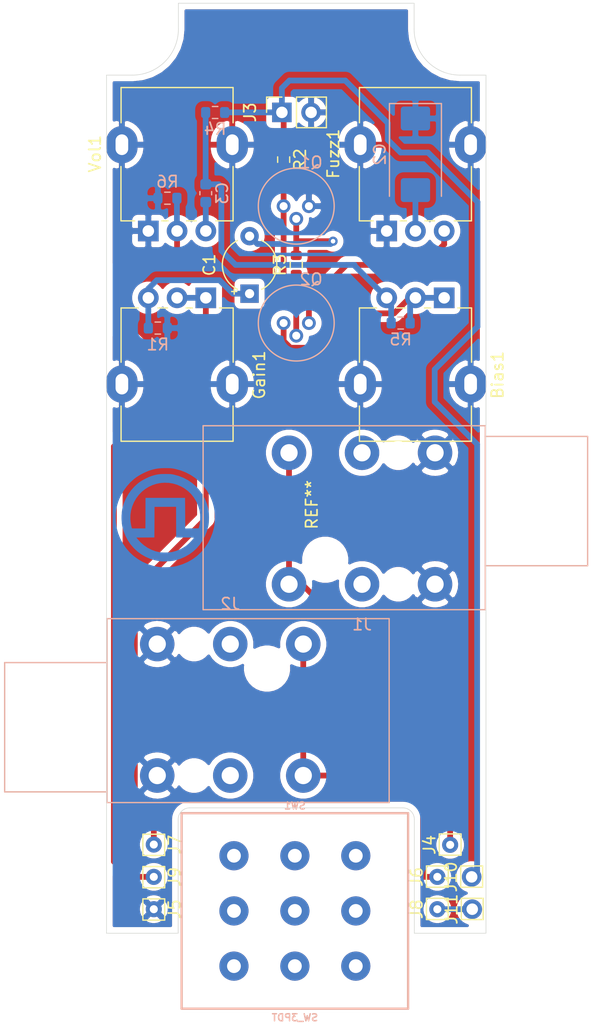
<source format=kicad_pcb>
(kicad_pcb (version 20171130) (host pcbnew "(5.1.10)-1")
  (layers (0 F.Cu signal) (31 B.Cu signal) (34 B.Paste user) (35 F.Paste user) (36 B.SilkS user) (37 F.SilkS user) (38 B.Mask user) (39 F.Mask user) (44 Edge.Cuts user))
  (net 0 "")
  (net 1 "Net-(Bias1-Pad1)")
  (net 2 GND)
  (net 3 "Net-(C2-Pad2)")
  (net 4 "Net-(C3-Pad1)")
  (net 5 "Net-(C1-Pad1)")
  (net 6 "Net-(C1-Pad2)")
  (net 7 "Net-(J1-PadRN)")
  (net 8 "Net-(J1-PadR)")
  (net 9 "Net-(J2-PadRN)")
  (net 10 "Net-(J2-PadR)")
  (net 11 EFX_IN)
  (net 12 IN)
  (net 13 OUT)
  (net 14 EFX_OUT)
  (net 15 "Net-(Bias1-Pad3)")
  (net 16 LED+)
  (net 17 "Net-(D1-Pad1)")
  (net 18 "Net-(Fuzz1-Pad3)")
  (net 19 "Net-(Q1-Pad3)")
  (net 20 "Net-(SW1-Pad3)")
  (net 21 "Net-(SW1-Pad6)")
  (module nowa:tulaud_logo (layer F.Cu) (at 59.73 101.501752)
    (fp_text reference G*** hide)
    (fp_text value LOGO hide)
    (fp_poly (pts (xy 0.185401 -3.79317) (xy 0.332388 -3.789321) (xy 0.453313 -3.781737) (xy 0.560529 -3.769461) (xy 0.666388 -3.751538) (xy 0.7366 -3.737203) (xy 1.170622 -3.619846) (xy 1.580875 -3.459395) (xy 1.96488 -3.257717) (xy 2.320159 -3.016676) (xy 2.644233 -2.738139) (xy 2.934624 -2.423971) (xy 3.188852 -2.076038) (xy 3.37778 -1.749087) (xy 3.517638 -1.450864) (xy 3.627028 -1.155249) (xy 3.713955 -0.839682) (xy 3.737096 -0.7366) (xy 3.770389 -0.529617) (xy 3.790968 -0.289277) (xy 3.798835 -0.03133) (xy 3.79399 0.228476) (xy 3.776435 0.474391) (xy 3.746171 0.690665) (xy 3.736976 0.7366) (xy 3.618686 1.173068) (xy 3.457825 1.584154) (xy 3.256549 1.967694) (xy 3.017013 2.321527) (xy 2.741376 2.643488) (xy 2.431792 2.931416) (xy 2.090418 3.183147) (xy 1.719411 3.396518) (xy 1.320926 3.569367) (xy 0.89712 3.699531) (xy 0.7493 3.733332) (xy 0.599141 3.758039) (xy 0.416087 3.777745) (xy 0.214594 3.791838) (xy 0.009119 3.799706) (xy -0.185882 3.800737) (xy -0.35595 3.794318) (xy -0.4572 3.784419) (xy -0.9 3.698997) (xy -1.320808 3.568894) (xy -1.717306 3.396263) (xy -2.087175 3.183261) (xy -2.428096 2.932041) (xy -2.737751 2.644757) (xy -3.01382 2.323566) (xy -3.253985 1.97062) (xy -3.382093 1.727942) (xy -2.520112 1.727942) (xy -2.424401 1.848221) (xy -2.15864 2.143997) (xy -1.86318 2.402602) (xy -1.542387 2.621417) (xy -1.200626 2.797821) (xy -0.842263 2.929194) (xy -0.488051 3.01029) (xy -0.326468 3.028335) (xy -0.133352 3.036905) (xy 0.074647 3.036365) (xy 0.280882 3.027077) (xy 0.468703 3.009404) (xy 0.6096 2.986339) (xy 0.928072 2.899203) (xy 1.242359 2.778031) (xy 1.537365 2.629461) (xy 1.785691 2.469221) (xy 1.886861 2.389759) (xy 1.995629 2.295486) (xy 2.106163 2.192529) (xy 2.212634 2.087015) (xy 2.309212 1.985072) (xy 2.390066 1.892825) (xy 2.449366 1.816404) (xy 2.481281 1.761933) (xy 2.482259 1.737193) (xy 2.454245 1.733502) (xy 2.381813 1.729886) (xy 2.271343 1.726496) (xy 2.129216 1.723486) (xy 1.961815 1.721006) (xy 1.775519 1.719209) (xy 1.710322 1.718789) (xy 0.9525 1.7145) (xy 0.945928 0.381) (xy 0.939357 -0.9525) (xy -0.000885 -0.946779) (xy -0.941128 -0.941058) (xy -0.9525 1.7145) (xy -2.520112 1.727942) (xy -3.382093 1.727942) (xy -3.455928 1.588075) (xy -3.617329 1.178085) (xy -3.735871 0.742805) (xy -3.737203 0.7366) (xy -3.77043 0.529663) (xy -3.790969 0.289414) (xy -3.795808 0.130511) (xy -3.04171 0.130511) (xy -3.04073 0.149795) (xy -3.027566 0.312907) (xy -3.006363 0.482232) (xy -2.979511 0.643322) (xy -2.949402 0.781727) (xy -2.920127 0.878597) (xy -2.896858 0.9398) (xy -1.727654 0.9398) (xy -1.7145 -1.7145) (xy 1.7145 -1.7145) (xy 1.721042 -0.381) (xy 1.727585 0.9525) (xy 2.906135 0.9271) (xy 2.939579 0.8128) (xy 2.996422 0.560239) (xy 3.030678 0.278444) (xy 3.041996 -0.016143) (xy 3.030025 -0.307084) (xy 2.994415 -0.577936) (xy 2.971533 -0.685009) (xy 2.854203 -1.063371) (xy 2.69336 -1.418941) (xy 2.491595 -1.748397) (xy 2.251495 -2.048414) (xy 1.975652 -2.315669) (xy 1.666653 -2.546837) (xy 1.40029 -2.702025) (xy 1.044877 -2.858454) (xy 0.681616 -2.96686) (xy 0.314394 -3.028528) (xy -0.052902 -3.044741) (xy -0.416387 -3.016786) (xy -0.772174 -2.945945) (xy -1.116376 -2.833503) (xy -1.445107 -2.680746) (xy -1.754482 -2.488956) (xy -2.040612 -2.259419) (xy -2.299613 -1.993419) (xy -2.527598 -1.692241) (xy -2.72068 -1.357168) (xy -2.730705 -1.336765) (xy -2.88198 -0.975588) (xy -2.98359 -0.613765) (xy -3.036508 -0.246623) (xy -3.04171 0.130511) (xy -3.795808 0.130511) (xy -3.798822 0.031586) (xy -3.79399 -0.228091) (xy -3.776477 -0.473883) (xy -3.746284 -0.69006) (xy -3.736977 -0.7366) (xy -3.680279 -0.975597) (xy -3.616656 -1.188265) (xy -3.539032 -1.394906) (xy -3.440331 -1.615824) (xy -3.404974 -1.6891) (xy -3.203492 -2.047831) (xy -2.9619 -2.386154) (xy -2.686781 -2.696255) (xy -2.384721 -2.970317) (xy -2.220594 -3.094993) (xy -2.056103 -3.202159) (xy -1.859981 -3.314347) (xy -1.648759 -3.423186) (xy -1.438966 -3.520302) (xy -1.247133 -3.59732) (xy -1.189736 -3.617179) (xy -0.969824 -3.684083) (xy -0.766796 -3.732905) (xy -0.565381 -3.765917) (xy -0.350312 -3.785392) (xy -0.106318 -3.793602) (xy 0 -3.794241) (xy 0.185401 -3.79317)) (layer B.Cu) (width 0.01))
  )
  (module Capacitor_THT:CP_Radial_Tantal_D4.5mm_P5.00mm (layer F.Cu) (at 67.06 82.029999 90)
    (fp_text reference C1 (at 2.5 -3.5 90) (layer F.SilkS))
    (fp_text value 2,2uF)
    (fp_line (start 0.187712 -1.56) (end 0.187712 -1.11) (layer F.SilkS) (width 0.12))
    (fp_line (start -0.037288 -1.335) (end 0.412712 -1.335) (layer F.SilkS) (width 0.12))
    (fp_arc (start 2.5 0) (end 0.380259 1.06) (angle -126.864288) (layer F.SilkS) (width 0.12))
    (fp_arc (start 2.5 0) (end 0.380259 -1.06) (angle 126.864288) (layer F.SilkS) (width 0.12))
    (pad 2 thru_hole circle (at 5 0 90) (size 1.6 1.6) (drill 0.8) (layers *.Cu *.Mask) (net 6 "Net-(C1-Pad2)"))
    (pad 1 thru_hole rect (at 0 0 90) (size 1.6 1.6) (drill 0.8) (layers *.Cu *.Mask) (net 5 "Net-(C1-Pad1)"))
  )
  (module nowa:Potentiometer_Alpha_RD901F-40-00D_Single_Vertical (layer F.Cu) (at 78.985001 76.58 90)
    (fp_text reference Fuzz1 (at 6.71 -4.64 270) (layer F.SilkS))
    (fp_text value B1k)
    (fp_line (start 12.47 7.37) (end 12.47 -2.37) (layer F.SilkS) (width 0.12))
    (fp_line (start 0.88 7.37) (end 0.88 5.88) (layer F.SilkS) (width 0.12))
    (fp_line (start 9.41 7.37) (end 12.47 7.37) (layer F.SilkS) (width 0.12))
    (fp_line (start 0.88 -2.38) (end 5.6 -2.38) (layer F.SilkS) (width 0.12))
    (fp_line (start 9.41 -2.37) (end 12.47 -2.37) (layer F.SilkS) (width 0.12))
    (fp_line (start 0.88 7.37) (end 5.6 7.37) (layer F.SilkS) (width 0.12))
    (fp_line (start 0.88 -1.19) (end 0.88 -2.37) (layer F.SilkS) (width 0.12))
    (fp_line (start 0.88 1.71) (end 0.88 1.18) (layer F.SilkS) (width 0.12))
    (fp_line (start 0.88 4.16) (end 0.88 3.33) (layer F.SilkS) (width 0.12))
    (pad MP thru_hole oval (at 7.5 -2.3 180) (size 2.72 3.24) (drill oval 1.1 1.8) (layers *.Cu *.Mask) (net 2 GND))
    (pad MP thru_hole oval (at 7.5 7.3 180) (size 2.72 3.24) (drill oval 1.1 1.8) (layers *.Cu *.Mask) (net 2 GND))
    (pad 3 thru_hole circle (at 0 5 180) (size 1.8 1.8) (drill 1) (layers *.Cu *.Mask) (net 18 "Net-(Fuzz1-Pad3)"))
    (pad 2 thru_hole circle (at 0 2.5 180) (size 1.8 1.8) (drill 1) (layers *.Cu *.Mask) (net 3 "Net-(C2-Pad2)"))
    (pad 1 thru_hole rect (at 0 0 180) (size 1.8 1.8) (drill 1) (layers *.Cu *.Mask) (net 2 GND))
  )
  (module nowa:Potentiometer_Alpha_RD901F-40-00D_Single_Vertical (layer F.Cu) (at 63.254999 82.39 270)
    (fp_text reference Gain1 (at 6.71 -4.64 270) (layer F.SilkS))
    (fp_text value B100k)
    (fp_line (start 12.47 7.37) (end 12.47 -2.37) (layer F.SilkS) (width 0.12))
    (fp_line (start 0.88 7.37) (end 0.88 5.88) (layer F.SilkS) (width 0.12))
    (fp_line (start 9.41 7.37) (end 12.47 7.37) (layer F.SilkS) (width 0.12))
    (fp_line (start 0.88 -2.38) (end 5.6 -2.38) (layer F.SilkS) (width 0.12))
    (fp_line (start 9.41 -2.37) (end 12.47 -2.37) (layer F.SilkS) (width 0.12))
    (fp_line (start 0.88 7.37) (end 5.6 7.37) (layer F.SilkS) (width 0.12))
    (fp_line (start 0.88 -1.19) (end 0.88 -2.37) (layer F.SilkS) (width 0.12))
    (fp_line (start 0.88 1.71) (end 0.88 1.18) (layer F.SilkS) (width 0.12))
    (fp_line (start 0.88 4.16) (end 0.88 3.33) (layer F.SilkS) (width 0.12))
    (pad MP thru_hole oval (at 7.5 -2.3) (size 2.72 3.24) (drill oval 1.1 1.8) (layers *.Cu *.Mask) (net 2 GND))
    (pad MP thru_hole oval (at 7.5 7.3) (size 2.72 3.24) (drill oval 1.1 1.8) (layers *.Cu *.Mask) (net 2 GND))
    (pad 3 thru_hole circle (at 0 5) (size 1.8 1.8) (drill 1) (layers *.Cu *.Mask) (net 5 "Net-(C1-Pad1)"))
    (pad 2 thru_hole circle (at 0 2.5) (size 1.8 1.8) (drill 1) (layers *.Cu *.Mask) (net 11 EFX_IN))
    (pad 1 thru_hole rect (at 0 0) (size 1.8 1.8) (drill 1) (layers *.Cu *.Mask) (net 11 EFX_IN))
  )
  (module nowa:Hammond_1590A_2mm_python_openside (layer F.Cu) (at 71.12 100.33)
    (fp_text reference REF** (at 1.35 0.05 90) (layer F.SilkS))
    (fp_text value Hammond_1590A_2mm_python_openside)
    (fp_line (start 10.25 -41.3) (end 10.25 -43.55) (layer Edge.Cuts) (width 0.05))
    (fp_line (start 14.25 -37.3) (end 16.5 -37.3) (layer Edge.Cuts) (width 0.05))
    (fp_line (start -10.25 -41.3) (end -10.25 -43.55) (layer Edge.Cuts) (width 0.05))
    (fp_line (start -14.25 -37.3) (end -16.5 -37.3) (layer Edge.Cuts) (width 0.05))
    (fp_line (start 16.5 37.3) (end 16.5 -37.3) (layer Edge.Cuts) (width 0.05))
    (fp_line (start -10.25 -43.55) (end 10.25 -43.55) (layer Edge.Cuts) (width 0.05))
    (fp_line (start -16.5 37.3) (end -16.5 -37.3) (layer Edge.Cuts) (width 0.05))
    (fp_arc (start -14.25 -41.3) (end -10.25 -41.3) (angle 90) (layer Edge.Cuts) (width 0.05))
    (fp_arc (start 14.25 -41.3) (end 14.25 -37.3) (angle 90) (layer Edge.Cuts) (width 0.05))
  )
  (module nowa:TO-1 (layer B.Cu) (at 72.22 84.582 180)
    (fp_text reference Q2 (at -0.19 3.8) (layer B.SilkS) (effects (justify mirror)))
    (fp_text value Q_PNP_BCE)
    (fp_circle (center 1.1 0) (end 4.4 0) (layer B.SilkS) (width 0.12))
    (pad 3 thru_hole oval (at 2.2 0 180) (size 1.2 1.2) (drill 0.7) (layers *.Cu *.Mask) (net 1 "Net-(Bias1-Pad1)"))
    (pad 2 thru_hole oval (at 1.1 -1.1 180) (size 1.2 1.2) (drill 0.7) (layers *.Cu *.Mask) (net 19 "Net-(Q1-Pad3)"))
    (pad 1 thru_hole oval (at 0 0 180) (size 1.2 1.2) (drill 0.7) (layers *.Cu *.Mask) (net 18 "Net-(Fuzz1-Pad3)"))
  )
  (module nowa:TO-1 (layer B.Cu) (at 72.22 74.422 180)
    (fp_text reference Q1 (at -0.19 3.8) (layer B.SilkS) (effects (justify mirror)))
    (fp_text value Q_PNP_BCE)
    (fp_circle (center 1.1 0) (end 4.4 0) (layer B.SilkS) (width 0.12))
    (pad 3 thru_hole oval (at 2.2 0 180) (size 1.2 1.2) (drill 0.7) (layers *.Cu *.Mask) (net 19 "Net-(Q1-Pad3)"))
    (pad 2 thru_hole oval (at 1.1 -1.1 180) (size 1.2 1.2) (drill 0.7) (layers *.Cu *.Mask) (net 6 "Net-(C1-Pad2)"))
    (pad 1 thru_hole oval (at 0 0 180) (size 1.2 1.2) (drill 0.7) (layers *.Cu *.Mask) (net 2 GND))
  )
  (module Connector_Pin:Pin_D0.7mm_L6.5mm_W1.8mm_FlatFork (layer F.Cu) (at 58.73 132.73 90)
    (fp_text reference J9 (at 0 1.8 90) (layer F.SilkS))
    (fp_text value EFX_OUT)
    (fp_line (start 0.9 -0.95) (end -0.95 -0.95) (layer F.SilkS) (width 0.12))
    (fp_line (start 0.9 -0.9) (end 0.9 -0.95) (layer F.SilkS) (width 0.12))
    (fp_line (start 0.9 0.95) (end 0.9 -0.9) (layer F.SilkS) (width 0.12))
    (fp_line (start -0.95 0.95) (end 0.9 0.95) (layer F.SilkS) (width 0.12))
    (fp_line (start -0.95 -0.95) (end -0.95 0.95) (layer F.SilkS) (width 0.12))
    (pad 1 thru_hole circle (at 0 0 90) (size 1.4 1.4) (drill 0.7) (layers *.Cu *.Mask) (net 14 EFX_OUT))
  )
  (module Connector_Pin:Pin_D0.7mm_L6.5mm_W1.8mm_FlatFork (layer F.Cu) (at 83.39 135.54 270)
    (fp_text reference J8 (at 0 1.8 90) (layer F.SilkS))
    (fp_text value LED+)
    (fp_line (start 0.9 -0.95) (end -0.95 -0.95) (layer F.SilkS) (width 0.12))
    (fp_line (start 0.9 -0.9) (end 0.9 -0.95) (layer F.SilkS) (width 0.12))
    (fp_line (start 0.9 0.95) (end 0.9 -0.9) (layer F.SilkS) (width 0.12))
    (fp_line (start -0.95 0.95) (end 0.9 0.95) (layer F.SilkS) (width 0.12))
    (fp_line (start -0.95 -0.95) (end -0.95 0.95) (layer F.SilkS) (width 0.12))
    (pad 1 thru_hole circle (at 0 0 270) (size 1.4 1.4) (drill 0.7) (layers *.Cu *.Mask) (net 16 LED+))
  )
  (module Connector_Pin:Pin_D0.7mm_L6.5mm_W1.8mm_FlatFork (layer F.Cu) (at 58.73 129.92 90)
    (fp_text reference J7 (at 0 1.8 90) (layer F.SilkS))
    (fp_text value EFX_IN)
    (fp_line (start 0.9 -0.95) (end -0.95 -0.95) (layer F.SilkS) (width 0.12))
    (fp_line (start 0.9 -0.9) (end 0.9 -0.95) (layer F.SilkS) (width 0.12))
    (fp_line (start 0.9 0.95) (end 0.9 -0.9) (layer F.SilkS) (width 0.12))
    (fp_line (start -0.95 0.95) (end 0.9 0.95) (layer F.SilkS) (width 0.12))
    (fp_line (start -0.95 -0.95) (end -0.95 0.95) (layer F.SilkS) (width 0.12))
    (pad 1 thru_hole circle (at 0 0 90) (size 1.4 1.4) (drill 0.7) (layers *.Cu *.Mask) (net 11 EFX_IN))
  )
  (module Connector_Pin:Pin_D0.7mm_L6.5mm_W1.8mm_FlatFork (layer F.Cu) (at 83.39 132.73 270)
    (fp_text reference J6 (at 0 1.8 90) (layer F.SilkS))
    (fp_text value OUT)
    (fp_line (start 0.9 -0.95) (end -0.95 -0.95) (layer F.SilkS) (width 0.12))
    (fp_line (start 0.9 -0.9) (end 0.9 -0.95) (layer F.SilkS) (width 0.12))
    (fp_line (start 0.9 0.95) (end 0.9 -0.9) (layer F.SilkS) (width 0.12))
    (fp_line (start -0.95 0.95) (end 0.9 0.95) (layer F.SilkS) (width 0.12))
    (fp_line (start -0.95 -0.95) (end -0.95 0.95) (layer F.SilkS) (width 0.12))
    (pad 1 thru_hole circle (at 0 0 270) (size 1.4 1.4) (drill 0.7) (layers *.Cu *.Mask) (net 13 OUT))
  )
  (module Connector_Pin:Pin_D0.7mm_L6.5mm_W1.8mm_FlatFork (layer F.Cu) (at 58.73 135.54 90)
    (fp_text reference J5 (at 0 1.8 90) (layer F.SilkS))
    (fp_text value GND)
    (fp_line (start 0.9 -0.95) (end -0.95 -0.95) (layer F.SilkS) (width 0.12))
    (fp_line (start 0.9 -0.9) (end 0.9 -0.95) (layer F.SilkS) (width 0.12))
    (fp_line (start 0.9 0.95) (end 0.9 -0.9) (layer F.SilkS) (width 0.12))
    (fp_line (start -0.95 0.95) (end 0.9 0.95) (layer F.SilkS) (width 0.12))
    (fp_line (start -0.95 -0.95) (end -0.95 0.95) (layer F.SilkS) (width 0.12))
    (pad 1 thru_hole circle (at 0 0 90) (size 1.4 1.4) (drill 0.7) (layers *.Cu *.Mask) (net 2 GND))
  )
  (module Connector_Pin:Pin_D0.7mm_L6.5mm_W1.8mm_FlatFork (layer F.Cu) (at 84.505 129.945 270)
    (fp_text reference J4 (at 0 1.8 90) (layer F.SilkS))
    (fp_text value IN)
    (fp_line (start 0.9 -0.95) (end -0.95 -0.95) (layer F.SilkS) (width 0.12))
    (fp_line (start 0.9 -0.9) (end 0.9 -0.95) (layer F.SilkS) (width 0.12))
    (fp_line (start 0.9 0.95) (end 0.9 -0.9) (layer F.SilkS) (width 0.12))
    (fp_line (start -0.95 0.95) (end 0.9 0.95) (layer F.SilkS) (width 0.12))
    (fp_line (start -0.95 -0.95) (end -0.95 0.95) (layer F.SilkS) (width 0.12))
    (pad 1 thru_hole circle (at 0 0 270) (size 1.4 1.4) (drill 0.7) (layers *.Cu *.Mask) (net 12 IN))
  )
  (module Resistor_SMD:R_0603_1608Metric (layer B.Cu) (at 80.201 84.582)
    (fp_text reference R5 (at 0 1.43) (layer B.SilkS) (effects (justify mirror)))
    (fp_text value 8,2k)
    (fp_line (start -0.237258 -0.5225) (end 0.237258 -0.5225) (layer B.SilkS) (width 0.12))
    (fp_line (start -0.237258 0.5225) (end 0.237258 0.5225) (layer B.SilkS) (width 0.12))
    (pad 1 smd roundrect (at -0.825 0) (size 0.8 0.95) (layers B.Cu B.Paste B.Mask) (net 15 "Net-(Bias1-Pad3)"))
    (pad 2 smd roundrect (at 0.825 0) (size 0.8 0.95) (layers B.Cu B.Paste B.Mask) (net 1 "Net-(Bias1-Pad1)"))
  )
  (module Connector_PinSocket_2.54mm:PinSocket_1x02_P2.54mm_Vertical (layer F.Cu) (at 69.87 66.27 90)
    (fp_text reference J3 (at 0 -2.77 90) (layer F.SilkS))
    (fp_text value "DC IN")
    (fp_line (start -1.33 1.27) (end 1.33 1.27) (layer F.SilkS) (width 0.12))
    (fp_line (start -1.33 1.27) (end -1.33 3.87) (layer F.SilkS) (width 0.12))
    (fp_line (start -1.33 3.87) (end 1.33 3.87) (layer F.SilkS) (width 0.12))
    (fp_line (start 1.33 1.27) (end 1.33 3.87) (layer F.SilkS) (width 0.12))
    (fp_line (start 1.33 -1.33) (end 1.33 0) (layer F.SilkS) (width 0.12))
    (fp_line (start 0 -1.33) (end 1.33 -1.33) (layer F.SilkS) (width 0.12))
    (pad 2 thru_hole oval (at 0 2.54 90) (size 1.7 1.7) (drill 1) (layers *.Cu *.Mask) (net 2 GND))
    (pad 1 thru_hole rect (at 0 0 90) (size 1.7 1.7) (drill 1) (layers *.Cu *.Mask) (net 17 "Net-(D1-Pad1)"))
  )
  (module Connector_Audio:Jack_6.35mm_Neutrik_NRJ6HF-1_Horizontal (layer B.Cu) (at 71.73 112.49 180)
    (fp_text reference J2 (at 6.35 3.5) (layer B.SilkS) (effects (justify mirror)))
    (fp_text value OUT)
    (fp_line (start -7.47 2.21) (end 17.07 2.21) (layer B.SilkS) (width 0.12))
    (fp_line (start 17.07 2.21) (end 17.07 -13.78) (layer B.SilkS) (width 0.12))
    (fp_line (start 25.97 -1.61) (end 17.07 -1.61) (layer B.SilkS) (width 0.12))
    (fp_line (start 25.97 -12.85) (end 25.97 -1.61) (layer B.SilkS) (width 0.12))
    (fp_line (start 25.97 -12.85) (end 17.07 -12.85) (layer B.SilkS) (width 0.12))
    (fp_line (start -7.47 -13.78) (end -7.47 2.21) (layer B.SilkS) (width 0.12))
    (fp_line (start -7.47 -13.78) (end 17.07 -13.78) (layer B.SilkS) (width 0.12))
    (pad RN thru_hole circle (at 6.35 -11.43 180) (size 3 3) (drill 1.5) (layers *.Cu *.Mask) (net 9 "Net-(J2-PadRN)"))
    (pad R thru_hole circle (at 6.35 0 180) (size 3 3) (drill 1.5) (layers *.Cu *.Mask) (net 10 "Net-(J2-PadR)"))
    (pad TN thru_hole circle (at 0 -11.43 180) (size 3 3) (drill 1.5) (layers *.Cu *.Mask) (net 13 OUT))
    (pad "" np_thru_hole circle (at 9.5 0 180) (size 2 2) (drill 2) (layers *.Cu *.Mask))
    (pad "" np_thru_hole circle (at 9.5 -11.43 180) (size 2 2) (drill 2) (layers *.Cu *.Mask))
    (pad "" np_thru_hole circle (at 3.15 -2.13 180) (size 3 3) (drill 3) (layers *.Cu *.Mask))
    (pad G thru_hole circle (at 12.7 -11.43 180) (size 3 3) (drill 1.5) (layers *.Cu *.Mask))
    (pad S thru_hole circle (at 12.7 0 180) (size 3 3) (drill 1.5) (layers *.Cu *.Mask) (net 2 GND))
    (pad T thru_hole circle (at 0 0 180) (size 3 3) (drill 1.5) (layers *.Cu *.Mask) (net 13 OUT))
  )
  (module Connector_Audio:Jack_6.35mm_Neutrik_NRJ6HF-1_Horizontal (layer B.Cu) (at 70.49 107.29)
    (fp_text reference J1 (at 6.35 3.5) (layer B.SilkS) (effects (justify mirror)))
    (fp_text value IN)
    (fp_line (start -7.47 2.21) (end 17.07 2.21) (layer B.SilkS) (width 0.12))
    (fp_line (start 17.07 2.21) (end 17.07 -13.78) (layer B.SilkS) (width 0.12))
    (fp_line (start 25.97 -1.61) (end 17.07 -1.61) (layer B.SilkS) (width 0.12))
    (fp_line (start 25.97 -12.85) (end 25.97 -1.61) (layer B.SilkS) (width 0.12))
    (fp_line (start 25.97 -12.85) (end 17.07 -12.85) (layer B.SilkS) (width 0.12))
    (fp_line (start -7.47 -13.78) (end -7.47 2.21) (layer B.SilkS) (width 0.12))
    (fp_line (start -7.47 -13.78) (end 17.07 -13.78) (layer B.SilkS) (width 0.12))
    (pad RN thru_hole circle (at 6.35 -11.43) (size 3 3) (drill 1.5) (layers *.Cu *.Mask) (net 7 "Net-(J1-PadRN)"))
    (pad R thru_hole circle (at 6.35 0) (size 3 3) (drill 1.5) (layers *.Cu *.Mask) (net 8 "Net-(J1-PadR)"))
    (pad TN thru_hole circle (at 0 -11.43) (size 3 3) (drill 1.5) (layers *.Cu *.Mask) (net 12 IN))
    (pad "" np_thru_hole circle (at 9.5 0) (size 2 2) (drill 2) (layers *.Cu *.Mask))
    (pad "" np_thru_hole circle (at 9.5 -11.43) (size 2 2) (drill 2) (layers *.Cu *.Mask))
    (pad "" np_thru_hole circle (at 3.15 -2.13) (size 3 3) (drill 3) (layers *.Cu *.Mask))
    (pad G thru_hole circle (at 12.7 -11.43) (size 3 3) (drill 1.5) (layers *.Cu *.Mask))
    (pad S thru_hole circle (at 12.7 0) (size 3 3) (drill 1.5) (layers *.Cu *.Mask) (net 2 GND))
    (pad T thru_hole circle (at 0 0) (size 3 3) (drill 1.5) (layers *.Cu *.Mask) (net 12 IN))
  )
  (module Capacitor_Tantalum_SMD:CP_EIA-7343-20_Kemet-V (layer B.Cu) (at 81.485001 69.9125 270)
    (fp_text reference C2 (at 0 3.1 270) (layer B.SilkS) (effects (justify mirror)))
    (fp_text value 22uF)
    (fp_line (start -4.41 -2.26) (end 3.65 -2.26) (layer B.SilkS) (width 0.12))
    (fp_line (start -4.41 2.26) (end -4.41 -2.26) (layer B.SilkS) (width 0.12))
    (fp_line (start 3.65 2.26) (end -4.41 2.26) (layer B.SilkS) (width 0.12))
    (pad 1 smd roundrect (at -3.1125 0 270) (size 2.075 2.55) (layers B.Cu B.Paste B.Mask) (roundrect_rratio 0.1204819277108434) (net 2 GND))
    (pad 2 smd roundrect (at 3.1125 0 270) (size 2.075 2.55) (layers B.Cu B.Paste B.Mask) (roundrect_rratio 0.1204819277108434) (net 3 "Net-(C2-Pad2)"))
  )
  (module Capacitor_SMD:C_0603_1608Metric (layer B.Cu) (at 63.25 73.295 90)
    (fp_text reference C3 (at 0 1.43 90) (layer B.SilkS) (effects (justify mirror)))
    (fp_text value 10nF)
    (fp_line (start -0.14058 -0.51) (end 0.14058 -0.51) (layer B.SilkS) (width 0.12))
    (fp_line (start -0.14058 0.51) (end 0.14058 0.51) (layer B.SilkS) (width 0.12))
    (pad 1 smd roundrect (at -0.775 0 90) (size 0.9 0.95) (layers B.Cu B.Paste B.Mask) (net 4 "Net-(C3-Pad1)"))
    (pad 2 smd roundrect (at 0.775 0 90) (size 0.9 0.95) (layers B.Cu B.Paste B.Mask) (net 15 "Net-(Bias1-Pad3)"))
  )
  (module Resistor_SMD:R_0603_1608Metric (layer B.Cu) (at 59.079999 85.02)
    (fp_text reference R1 (at 0 1.43 180) (layer B.SilkS) (effects (justify mirror)))
    (fp_text value 1M)
    (fp_line (start -0.237258 -0.5225) (end 0.237258 -0.5225) (layer B.SilkS) (width 0.12))
    (fp_line (start -0.237258 0.5225) (end 0.237258 0.5225) (layer B.SilkS) (width 0.12))
    (pad 1 smd roundrect (at -0.825 0) (size 0.8 0.95) (layers B.Cu B.Paste B.Mask) (net 5 "Net-(C1-Pad1)"))
    (pad 2 smd roundrect (at 0.825 0) (size 0.8 0.95) (layers B.Cu B.Paste B.Mask) (net 2 GND))
  )
  (module Resistor_SMD:R_0603_1608Metric (layer F.Cu) (at 70.025 70.375 270)
    (fp_text reference R2 (at 0 -1.43 90) (layer F.SilkS))
    (fp_text value 33k)
    (fp_line (start -0.237258 0.5225) (end 0.237258 0.5225) (layer F.SilkS) (width 0.12))
    (fp_line (start -0.237258 -0.5225) (end 0.237258 -0.5225) (layer F.SilkS) (width 0.12))
    (pad 1 smd roundrect (at -0.825 0 270) (size 0.8 0.95) (layers F.Cu F.Paste F.Mask) (net 17 "Net-(D1-Pad1)"))
    (pad 2 smd roundrect (at 0.825 0 270) (size 0.8 0.95) (layers F.Cu F.Paste F.Mask) (net 19 "Net-(Q1-Pad3)"))
  )
  (module Resistor_SMD:R_0603_1608Metric (layer F.Cu) (at 71.12 79.53 90)
    (fp_text reference R3 (at 0 -1.43 90) (layer F.SilkS))
    (fp_text value 100k)
    (fp_line (start -0.237258 -0.5225) (end 0.237258 -0.5225) (layer F.SilkS) (width 0.12))
    (fp_line (start -0.237258 0.5225) (end 0.237258 0.5225) (layer F.SilkS) (width 0.12))
    (pad 2 smd roundrect (at 0.825 0 90) (size 0.8 0.95) (layers F.Cu F.Paste F.Mask) (net 6 "Net-(C1-Pad2)"))
    (pad 1 smd roundrect (at -0.825 0 90) (size 0.8 0.95) (layers F.Cu F.Paste F.Mask) (net 18 "Net-(Fuzz1-Pad3)"))
  )
  (module Resistor_SMD:R_0603_1608Metric (layer B.Cu) (at 64.065 66.28)
    (fp_text reference R4 (at 0 1.43) (layer B.SilkS) (effects (justify mirror)))
    (fp_text value 330)
    (fp_line (start -0.237258 0.5225) (end 0.237258 0.5225) (layer B.SilkS) (width 0.12))
    (fp_line (start -0.237258 -0.5225) (end 0.237258 -0.5225) (layer B.SilkS) (width 0.12))
    (pad 2 smd roundrect (at 0.825 0) (size 0.8 0.95) (layers B.Cu B.Paste B.Mask) (net 17 "Net-(D1-Pad1)"))
    (pad 1 smd roundrect (at -0.825 0) (size 0.8 0.95) (layers B.Cu B.Paste B.Mask) (net 15 "Net-(Bias1-Pad3)"))
  )
  (module Resistor_SMD:R_0603_1608Metric (layer B.Cu) (at 59.915 73.73 180)
    (fp_text reference R6 (at 0 1.43 180) (layer B.SilkS) (effects (justify mirror)))
    (fp_text value 100k)
    (fp_line (start -0.237258 0.5225) (end 0.237258 0.5225) (layer B.SilkS) (width 0.12))
    (fp_line (start -0.237258 -0.5225) (end 0.237258 -0.5225) (layer B.SilkS) (width 0.12))
    (pad 2 smd roundrect (at 0.825 0 180) (size 0.8 0.95) (layers B.Cu B.Paste B.Mask) (net 2 GND))
    (pad 1 smd roundrect (at -0.825 0 180) (size 0.8 0.95) (layers B.Cu B.Paste B.Mask) (net 14 EFX_OUT))
  )
  (module Connector_Pin:Pin_D0.7mm_L6.5mm_W1.8mm_FlatFork (layer F.Cu) (at 86.375 132.73 270)
    (fp_text reference J10 (at 0 1.8 90) (layer F.SilkS))
    (fp_text value LED-)
    (fp_line (start -0.95 -0.95) (end -0.95 0.95) (layer F.SilkS) (width 0.12))
    (fp_line (start -0.95 0.95) (end 0.9 0.95) (layer F.SilkS) (width 0.12))
    (fp_line (start 0.9 0.95) (end 0.9 -0.9) (layer F.SilkS) (width 0.12))
    (fp_line (start 0.9 -0.9) (end 0.9 -0.95) (layer F.SilkS) (width 0.12))
    (fp_line (start 0.9 -0.95) (end -0.95 -0.95) (layer F.SilkS) (width 0.12))
    (pad 1 thru_hole circle (at 0 0 270) (size 1.7 1.7) (drill 1) (layers *.Cu *.Mask) (net 17 "Net-(D1-Pad1)"))
  )
  (module Connector_Pin:Pin_D0.7mm_L6.5mm_W1.8mm_FlatFork (layer F.Cu) (at 86.425 135.54 270)
    (fp_text reference J11 (at 0 1.8 90) (layer F.SilkS))
    (fp_text value LED+)
    (fp_line (start 0.9 -0.95) (end -0.95 -0.95) (layer F.SilkS) (width 0.12))
    (fp_line (start 0.9 -0.9) (end 0.9 -0.95) (layer F.SilkS) (width 0.12))
    (fp_line (start 0.9 0.95) (end 0.9 -0.9) (layer F.SilkS) (width 0.12))
    (fp_line (start -0.95 0.95) (end 0.9 0.95) (layer F.SilkS) (width 0.12))
    (fp_line (start -0.95 -0.95) (end -0.95 0.95) (layer F.SilkS) (width 0.12))
    (pad 1 thru_hole circle (at 0 0 270) (size 1.7 1.7) (drill 1) (layers *.Cu *.Mask) (net 16 LED+))
  )
  (module nowa:Potentiometer_Alpha_RD901F-40-00D_Single_Vertical (layer F.Cu) (at 83.985001 82.39 270)
    (fp_text reference Bias1 (at 6.71 -4.64 270) (layer F.SilkS))
    (fp_text value 10k)
    (fp_line (start 12.47 7.37) (end 12.47 -2.37) (layer F.SilkS) (width 0.12))
    (fp_line (start 0.88 7.37) (end 0.88 5.88) (layer F.SilkS) (width 0.12))
    (fp_line (start 9.41 7.37) (end 12.47 7.37) (layer F.SilkS) (width 0.12))
    (fp_line (start 0.88 -2.38) (end 5.6 -2.38) (layer F.SilkS) (width 0.12))
    (fp_line (start 9.41 -2.37) (end 12.47 -2.37) (layer F.SilkS) (width 0.12))
    (fp_line (start 0.88 7.37) (end 5.6 7.37) (layer F.SilkS) (width 0.12))
    (fp_line (start 0.88 -1.19) (end 0.88 -2.37) (layer F.SilkS) (width 0.12))
    (fp_line (start 0.88 1.71) (end 0.88 1.18) (layer F.SilkS) (width 0.12))
    (fp_line (start 0.88 4.16) (end 0.88 3.33) (layer F.SilkS) (width 0.12))
    (pad MP thru_hole oval (at 7.5 -2.3) (size 2.72 3.24) (drill oval 1.1 1.8) (layers *.Cu *.Mask) (net 2 GND))
    (pad MP thru_hole oval (at 7.5 7.3) (size 2.72 3.24) (drill oval 1.1 1.8) (layers *.Cu *.Mask) (net 2 GND))
    (pad 3 thru_hole circle (at 0 5) (size 1.8 1.8) (drill 1) (layers *.Cu *.Mask) (net 15 "Net-(Bias1-Pad3)"))
    (pad 2 thru_hole circle (at 0 2.5) (size 1.8 1.8) (drill 1) (layers *.Cu *.Mask) (net 1 "Net-(Bias1-Pad1)"))
    (pad 1 thru_hole rect (at 0 0) (size 1.8 1.8) (drill 1) (layers *.Cu *.Mask) (net 1 "Net-(Bias1-Pad1)"))
  )
  (module nowa:Potentiometer_Alpha_RD901F-40-00D_Single_Vertical (layer F.Cu) (at 58.254999 76.58 90)
    (fp_text reference Vol1 (at 6.71 -4.64 270) (layer F.SilkS))
    (fp_text value A500k)
    (fp_line (start 0.88 4.16) (end 0.88 3.33) (layer F.SilkS) (width 0.12))
    (fp_line (start 0.88 1.71) (end 0.88 1.18) (layer F.SilkS) (width 0.12))
    (fp_line (start 0.88 -1.19) (end 0.88 -2.37) (layer F.SilkS) (width 0.12))
    (fp_line (start 0.88 7.37) (end 5.6 7.37) (layer F.SilkS) (width 0.12))
    (fp_line (start 9.41 -2.37) (end 12.47 -2.37) (layer F.SilkS) (width 0.12))
    (fp_line (start 0.88 -2.38) (end 5.6 -2.38) (layer F.SilkS) (width 0.12))
    (fp_line (start 9.41 7.37) (end 12.47 7.37) (layer F.SilkS) (width 0.12))
    (fp_line (start 0.88 7.37) (end 0.88 5.88) (layer F.SilkS) (width 0.12))
    (fp_line (start 12.47 7.37) (end 12.47 -2.37) (layer F.SilkS) (width 0.12))
    (pad 1 thru_hole rect (at 0 0 180) (size 1.8 1.8) (drill 1) (layers *.Cu *.Mask) (net 2 GND))
    (pad 2 thru_hole circle (at 0 2.5 180) (size 1.8 1.8) (drill 1) (layers *.Cu *.Mask) (net 14 EFX_OUT))
    (pad 3 thru_hole circle (at 0 5 180) (size 1.8 1.8) (drill 1) (layers *.Cu *.Mask) (net 4 "Net-(C3-Pad1)"))
    (pad MP thru_hole oval (at 7.5 7.3 180) (size 2.72 3.24) (drill oval 1.1 1.8) (layers *.Cu *.Mask) (net 2 GND))
    (pad MP thru_hole oval (at 7.5 -2.3 180) (size 2.72 3.24) (drill oval 1.1 1.8) (layers *.Cu *.Mask) (net 2 GND))
  )
  (module Switches:STOMP_SWITCH_3PDT (layer B.Cu) (at 71 135.69 180)
    (fp_text reference SW1 (at 0 9.144) (layer B.SilkS) (effects (font (size 0.6096 0.6096) (thickness 0.127)) (justify mirror)))
    (fp_text value SW_3PDT (at 0 -9.271) (layer B.SilkS) (effects (font (size 0.6096 0.6096) (thickness 0.127)) (justify mirror)))
    (fp_line (start -9.84758 8.49884) (end 9.84758 8.49884) (layer B.SilkS) (width 0.2032))
    (fp_line (start 9.84758 8.49884) (end 9.84758 -8.49884) (layer B.SilkS) (width 0.2032))
    (fp_line (start 9.84758 -8.49884) (end -9.84758 -8.49884) (layer B.SilkS) (width 0.2032))
    (fp_line (start -9.84758 -8.49884) (end -9.84758 8.49884) (layer B.SilkS) (width 0.2032))
    (pad 1 thru_hole circle (at -5.29844 4.79806 180) (size 2.54 2.54) (drill 1.19888) (layers *.Cu *.Mask) (net 11 EFX_IN))
    (pad 2 thru_hole circle (at -5.29844 0 180) (size 2.54 2.54) (drill 1.19888) (layers *.Cu *.Mask) (net 12 IN))
    (pad 3 thru_hole circle (at -5.29844 -4.79806 180) (size 2.54 2.54) (drill 1.19888) (layers *.Cu *.Mask) (net 20 "Net-(SW1-Pad3)"))
    (pad 4 thru_hole circle (at 0 4.79806 180) (size 2.54 2.54) (drill 1.19888) (layers *.Cu *.Mask) (net 16 LED+))
    (pad 5 thru_hole circle (at 0 0 180) (size 2.54 2.54) (drill 1.19888) (layers *.Cu *.Mask) (net 2 GND))
    (pad 6 thru_hole circle (at 0 -4.79806 180) (size 2.54 2.54) (drill 1.19888) (layers *.Cu *.Mask) (net 21 "Net-(SW1-Pad6)"))
    (pad 7 thru_hole circle (at 5.29844 4.79806 180) (size 2.54 2.54) (drill 1.19888) (layers *.Cu *.Mask) (net 14 EFX_OUT))
    (pad 8 thru_hole circle (at 5.29844 0 180) (size 2.54 2.54) (drill 1.19888) (layers *.Cu *.Mask) (net 13 OUT))
    (pad 9 thru_hole circle (at 5.29844 -4.79806 180) (size 2.54 2.54) (drill 1.19888) (layers *.Cu *.Mask) (net 20 "Net-(SW1-Pad3)"))
  )
  (gr_arc (start 61.85 127.73) (end 61.85 126.73) (angle -90) (layer Edge.Cuts) (width 0.05))
  (gr_arc (start 80.39 127.73) (end 81.39 127.73) (angle -90) (layer Edge.Cuts) (width 0.05))
  (gr_line (start 61.85 126.73) (end 80.39 126.73) (layer Edge.Cuts) (width 0.05))
  (gr_line (start 60.85 137.63) (end 60.85 127.73) (layer Edge.Cuts) (width 0.05))
  (gr_line (start 54.62 137.63) (end 60.85 137.63) (layer Edge.Cuts) (width 0.05))
  (gr_line (start 81.39 137.63) (end 81.39 127.73) (layer Edge.Cuts) (width 0.05))
  (gr_line (start 87.62 137.63) (end 81.39 137.63) (layer Edge.Cuts) (width 0.05))
  (segment (start 81.026 82.849001) (end 81.485001 82.39) (width 0.5) (layer B.Cu) (net 1))
  (segment (start 81.026 84.582) (end 81.026 82.849001) (width 0.5) (layer B.Cu) (net 1))
  (segment (start 83.985001 82.39) (end 81.485001 82.39) (width 0.5) (layer B.Cu) (net 1))
  (segment (start 70.02 86.136002) (end 70.615999 86.732001) (width 0.5) (layer F.Cu) (net 1))
  (segment (start 70.02 84.582) (end 70.02 86.136002) (width 0.5) (layer F.Cu) (net 1))
  (segment (start 81.485001 82.39) (end 80.983003 82.39) (width 0.5) (layer F.Cu) (net 1))
  (segment (start 79.633002 83.740001) (end 76.519999 83.740001) (width 0.5) (layer F.Cu) (net 1))
  (segment (start 80.983003 82.39) (end 79.633002 83.740001) (width 0.5) (layer F.Cu) (net 1))
  (segment (start 73.527999 86.732001) (end 70.615999 86.732001) (width 0.5) (layer F.Cu) (net 1))
  (segment (start 76.519999 83.740001) (end 73.527999 86.732001) (width 0.5) (layer F.Cu) (net 1))
  (segment (start 81.485001 73.025) (end 81.485001 76.58) (width 0.5) (layer B.Cu) (net 3))
  (segment (start 63.25 76.575001) (end 63.254999 76.58) (width 0.5) (layer B.Cu) (net 4))
  (segment (start 63.25 74.07) (end 63.25 76.575001) (width 0.5) (layer B.Cu) (net 4))
  (segment (start 58.254999 84.836) (end 58.254999 82.39) (width 0.5) (layer B.Cu) (net 5))
  (segment (start 58.254999 82.39) (end 58.254999 81.595001) (width 0.5) (layer B.Cu) (net 5))
  (segment (start 58.254999 81.595001) (end 58.9925 80.8575) (width 0.5) (layer B.Cu) (net 5))
  (segment (start 58.9925 80.8575) (end 64.4475 80.8575) (width 0.5) (layer B.Cu) (net 5))
  (segment (start 65.619999 82.029999) (end 67.06 82.029999) (width 0.5) (layer B.Cu) (net 5))
  (segment (start 64.4475 80.8575) (end 65.619999 82.029999) (width 0.5) (layer B.Cu) (net 5))
  (via (at 74.32 77.47) (size 0.8) (drill 0.4) (layers F.Cu B.Cu) (net 6))
  (segment (start 71.12 78.28) (end 71.12 78.677) (width 0.5) (layer F.Cu) (net 6))
  (segment (start 71.2 77.47) (end 71.12 77.39) (width 0.5) (layer F.Cu) (net 6))
  (segment (start 74.32 77.47) (end 71.2 77.47) (width 0.5) (layer F.Cu) (net 6))
  (segment (start 71.12 77.39) (end 71.12 78.28) (width 0.5) (layer F.Cu) (net 6))
  (segment (start 71.12 75.522) (end 71.12 77.39) (width 0.5) (layer F.Cu) (net 6))
  (segment (start 67.500001 77.47) (end 67.06 77.029999) (width 0.5) (layer B.Cu) (net 6))
  (segment (start 74.32 77.47) (end 74.32 77.5) (width 0.5) (layer B.Cu) (net 6))
  (segment (start 74.32 77.5) (end 74.11 77.71) (width 0.5) (layer B.Cu) (net 6))
  (segment (start 67.740001 77.71) (end 67.06 77.029999) (width 0.5) (layer B.Cu) (net 6))
  (segment (start 74.11 77.71) (end 67.740001 77.71) (width 0.5) (layer B.Cu) (net 6))
  (segment (start 63.254999 82.39) (end 60.754999 82.39) (width 0.5) (layer B.Cu) (net 11))
  (segment (start 63.254999 101.595001) (end 62.61 102.24) (width 0.5) (layer F.Cu) (net 11))
  (segment (start 63.254999 82.39) (end 63.254999 101.595001) (width 0.5) (layer F.Cu) (net 11))
  (segment (start 62.61 102.24) (end 57.079999 107.770001) (width 0.5) (layer F.Cu) (net 11))
  (segment (start 63.26 101.59) (end 62.61 102.24) (width 0.5) (layer F.Cu) (net 11))
  (segment (start 58.73 129.92) (end 58.73 127.83) (width 0.5) (layer F.Cu) (net 11))
  (segment (start 57.079999 126.179999) (end 57.079999 107.770001) (width 0.5) (layer F.Cu) (net 11))
  (segment (start 58.73 127.83) (end 57.079999 126.179999) (width 0.5) (layer F.Cu) (net 11))
  (segment (start 70.49 95.86) (end 70.49 107.29) (width 0.5) (layer F.Cu) (net 12))
  (segment (start 71.62 107.29) (end 70.49 107.29) (width 0.5) (layer F.Cu) (net 12))
  (segment (start 84.505 120.175) (end 71.62 107.29) (width 0.5) (layer F.Cu) (net 12))
  (segment (start 84.505 129.945) (end 84.505 120.175) (width 0.5) (layer F.Cu) (net 12))
  (segment (start 71.84 113.665) (end 71.8 113.625) (width 0.25) (layer F.Cu) (net 13))
  (segment (start 71.73 112.49) (end 71.73 123.92) (width 0.5) (layer F.Cu) (net 13))
  (segment (start 77.95 123.92) (end 71.73 123.92) (width 0.5) (layer F.Cu) (net 13))
  (segment (start 79.72 123.92) (end 77.95 123.92) (width 0.5) (layer F.Cu) (net 13))
  (segment (start 82.14501 126.34501) (end 79.72 123.92) (width 0.5) (layer F.Cu) (net 13))
  (segment (start 82.14501 132.73) (end 82.14501 126.34501) (width 0.5) (layer F.Cu) (net 13))
  (segment (start 83.39 132.73) (end 82.14501 132.73) (width 0.5) (layer F.Cu) (net 13))
  (segment (start 60.74 76.565001) (end 60.754999 76.58) (width 0.5) (layer B.Cu) (net 14))
  (segment (start 60.74 73.73) (end 60.74 76.565001) (width 0.5) (layer B.Cu) (net 14))
  (segment (start 55.26 131.39499) (end 56.59501 132.73) (width 0.5) (layer F.Cu) (net 14))
  (segment (start 58.91 91.67) (end 55.26 95.32) (width 0.5) (layer F.Cu) (net 14))
  (segment (start 58.93 88.15) (end 58.93 91.67) (width 0.5) (layer F.Cu) (net 14))
  (segment (start 55.54 84.76) (end 58.93 88.15) (width 0.5) (layer F.Cu) (net 14))
  (segment (start 56.59501 132.73) (end 58.73 132.73) (width 0.5) (layer F.Cu) (net 14))
  (segment (start 55.53 84.76) (end 55.54 84.76) (width 0.5) (layer F.Cu) (net 14))
  (segment (start 55.53 80.38) (end 55.53 84.76) (width 0.5) (layer F.Cu) (net 14))
  (segment (start 55.26 95.32) (end 55.26 131.39499) (width 0.5) (layer F.Cu) (net 14))
  (segment (start 58.93 91.67) (end 58.91 91.67) (width 0.5) (layer F.Cu) (net 14))
  (segment (start 56.67 79.24) (end 55.53 80.38) (width 0.5) (layer F.Cu) (net 14))
  (segment (start 60.14 79.24) (end 56.67 79.24) (width 0.5) (layer F.Cu) (net 14))
  (segment (start 60.754999 78.625001) (end 60.14 79.24) (width 0.5) (layer F.Cu) (net 14))
  (segment (start 60.754999 76.58) (end 60.754999 78.625001) (width 0.5) (layer F.Cu) (net 14))
  (segment (start 79.376 82.780999) (end 78.985001 82.39) (width 0.5) (layer B.Cu) (net 15))
  (segment (start 79.376 84.582) (end 79.376 82.780999) (width 0.5) (layer B.Cu) (net 15))
  (segment (start 63.24 72.51) (end 63.25 72.52) (width 0.5) (layer B.Cu) (net 15))
  (segment (start 63.24 66.28) (end 63.24 72.51) (width 0.5) (layer B.Cu) (net 15))
  (segment (start 78.985001 82.39) (end 76.195001 79.6) (width 0.5) (layer B.Cu) (net 15))
  (segment (start 64.37 72.52) (end 63.25 72.52) (width 0.5) (layer B.Cu) (net 15))
  (segment (start 64.605 72.755) (end 64.37 72.52) (width 0.5) (layer B.Cu) (net 15))
  (segment (start 64.605 78.285) (end 64.605 72.755) (width 0.5) (layer B.Cu) (net 15))
  (segment (start 65.85 79.53) (end 64.605 78.285) (width 0.5) (layer B.Cu) (net 15))
  (segment (start 76.195001 79.53) (end 65.85 79.53) (width 0.5) (layer B.Cu) (net 15))
  (segment (start 83.39 135.54) (end 86.425 135.54) (width 0.5) (layer B.Cu) (net 16))
  (segment (start 64.9 66.27) (end 64.89 66.28) (width 0.5) (layer B.Cu) (net 17))
  (segment (start 69.87 66.27) (end 64.9 66.27) (width 0.5) (layer B.Cu) (net 17))
  (segment (start 70.02 66.42) (end 69.87 66.27) (width 0.5) (layer F.Cu) (net 17))
  (segment (start 70.025 66.425) (end 69.87 66.27) (width 0.5) (layer F.Cu) (net 17))
  (segment (start 70.025 69.55) (end 70.025 66.425) (width 0.5) (layer F.Cu) (net 17))
  (segment (start 86.375 132.73) (end 86.85 132.255) (width 0.5) (layer F.Cu) (net 17))
  (segment (start 86.88 84.9) (end 83.16 88.62) (width 0.5) (layer B.Cu) (net 17))
  (segment (start 86.88 74.06) (end 86.88 84.9) (width 0.5) (layer B.Cu) (net 17))
  (segment (start 82.58 69.76) (end 86.88 74.06) (width 0.5) (layer B.Cu) (net 17))
  (segment (start 79.08 68.65) (end 80.19 69.76) (width 0.5) (layer B.Cu) (net 17))
  (segment (start 83.16 88.62) (end 83.16 91.43) (width 0.5) (layer B.Cu) (net 17))
  (segment (start 79.08 67.197465) (end 79.08 68.65) (width 0.5) (layer B.Cu) (net 17))
  (segment (start 75.382535 63.5) (end 79.08 67.197465) (width 0.5) (layer B.Cu) (net 17))
  (segment (start 70.525 63.5) (end 75.382535 63.5) (width 0.5) (layer B.Cu) (net 17))
  (segment (start 83.16 91.43) (end 86.85 95.12) (width 0.5) (layer B.Cu) (net 17))
  (segment (start 69.87 64.155) (end 70.525 63.5) (width 0.5) (layer B.Cu) (net 17))
  (segment (start 86.85 95.12) (end 86.85 132.255) (width 0.5) (layer B.Cu) (net 17))
  (segment (start 80.19 69.76) (end 82.58 69.76) (width 0.5) (layer B.Cu) (net 17))
  (segment (start 69.87 66.27) (end 69.87 64.155) (width 0.5) (layer B.Cu) (net 17))
  (segment (start 72.22 82.695) (end 72.28 82.695) (width 0.5) (layer F.Cu) (net 18))
  (segment (start 72.22 84.582) (end 72.22 82.695) (width 0.5) (layer F.Cu) (net 18))
  (segment (start 72.28 82.745) (end 75.5 79.525) (width 0.5) (layer F.Cu) (net 18))
  (segment (start 72.22 82.695) (end 71.12 81.595) (width 0.5) (layer F.Cu) (net 18))
  (segment (start 71.12 81.595) (end 71.12 80.327) (width 0.5) (layer F.Cu) (net 18))
  (segment (start 83.985001 77.739999) (end 83.985001 76.58) (width 0.5) (layer F.Cu) (net 18))
  (segment (start 82.195 79.53) (end 83.985001 77.739999) (width 0.5) (layer F.Cu) (net 18))
  (segment (start 75.5 79.53) (end 82.195 79.53) (width 0.5) (layer F.Cu) (net 18))
  (segment (start 71.12 82.584962) (end 70.02 81.484962) (width 0.5) (layer F.Cu) (net 19))
  (segment (start 71.12 85.682) (end 71.12 82.584962) (width 0.5) (layer F.Cu) (net 19))
  (segment (start 70.02 81.484962) (end 70.02 74.422) (width 0.5) (layer F.Cu) (net 19))
  (segment (start 70.02 71.205) (end 70.025 71.2) (width 0.5) (layer F.Cu) (net 19))
  (segment (start 70.02 74.422) (end 70.02 71.205) (width 0.5) (layer F.Cu) (net 19))
  (zone (net 2) (net_name GND) (layer F.Cu) (connect_pads (clearance 0.508)) (min_thickness 0.254) (fill yes (arc_segments 32) (thermal_gap 0.508) (thermal_bridge_width 0.508))
    (polygon (pts (xy 88 144) (xy 54.5 144) (xy 54.5 56.5) (xy 88 56.5)))
  )
  (zone (net 2) (net_name GND) (layer B.Cu) (connect_pads (clearance 0.508)) (min_thickness 0.254) (fill yes (arc_segments 32) (thermal_gap 0.508) (thermal_bridge_width 0.508))
    (polygon (pts (xy 88 144) (xy 54.5 144) (xy 54.5 56.5) (xy 88 56.5)))
  )
)
</source>
